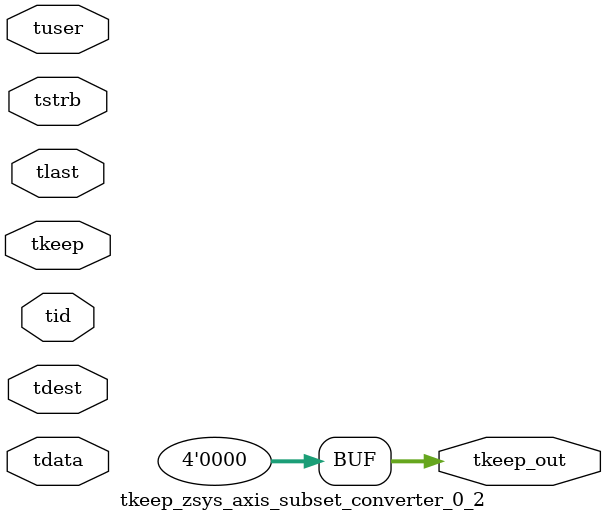
<source format=v>


`timescale 1ps/1ps

module tkeep_zsys_axis_subset_converter_0_2 #
(
parameter C_S_AXIS_TDATA_WIDTH = 32,
parameter C_S_AXIS_TUSER_WIDTH = 0,
parameter C_S_AXIS_TID_WIDTH   = 0,
parameter C_S_AXIS_TDEST_WIDTH = 0,
parameter C_M_AXIS_TDATA_WIDTH = 32
)
(
input  [(C_S_AXIS_TDATA_WIDTH == 0 ? 1 : C_S_AXIS_TDATA_WIDTH)-1:0     ] tdata,
input  [(C_S_AXIS_TUSER_WIDTH == 0 ? 1 : C_S_AXIS_TUSER_WIDTH)-1:0     ] tuser,
input  [(C_S_AXIS_TID_WIDTH   == 0 ? 1 : C_S_AXIS_TID_WIDTH)-1:0       ] tid,
input  [(C_S_AXIS_TDEST_WIDTH == 0 ? 1 : C_S_AXIS_TDEST_WIDTH)-1:0     ] tdest,
input  [(C_S_AXIS_TDATA_WIDTH/8)-1:0 ] tkeep,
input  [(C_S_AXIS_TDATA_WIDTH/8)-1:0 ] tstrb,
input                                                                    tlast,
output [(C_M_AXIS_TDATA_WIDTH/8)-1:0 ] tkeep_out
);

assign tkeep_out = {1'b0};

endmodule


</source>
